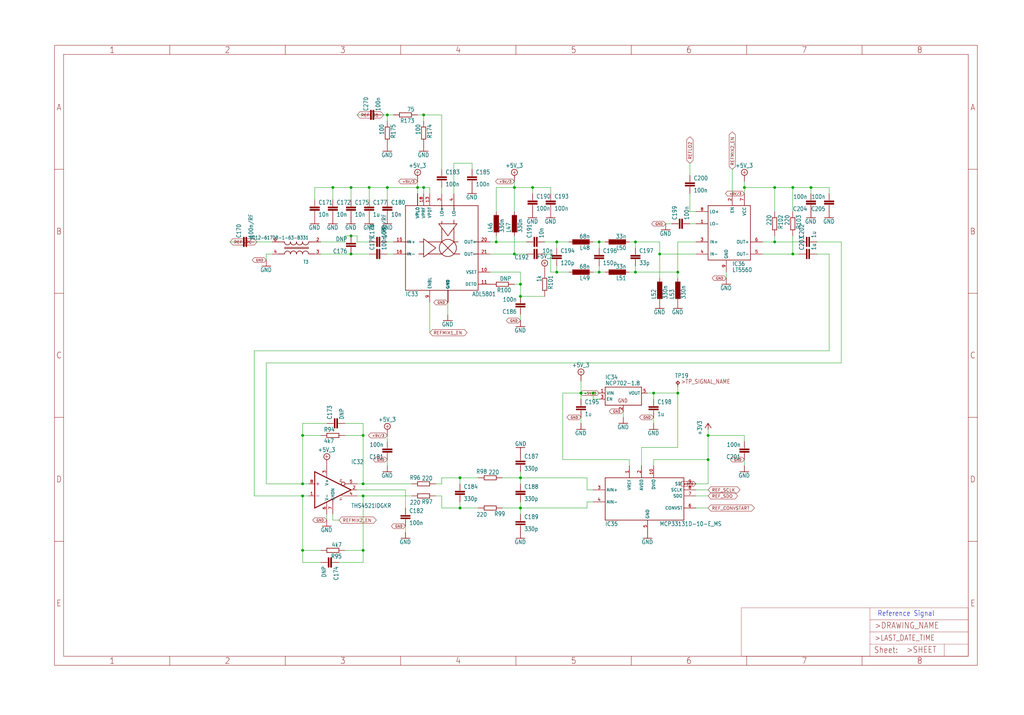
<source format=kicad_sch>
(kicad_sch (version 20210615) (generator eeschema)
  (paper "User" 429.793 300.279)
  (junction (at 127 182.88) (diameter 1.016))
  (junction (at 127 203.2) (diameter 1.016))
  (junction (at 127 208.28) (diameter 1.016))
  (junction (at 127 231.14) (diameter 1.016))
  (junction (at 139.7 78.74) (diameter 1.016))
  (junction (at 147.32 78.74) (diameter 1.016))
  (junction (at 147.32 99.06) (diameter 1.016))
  (junction (at 147.32 106.68) (diameter 1.016))
  (junction (at 152.4 182.88) (diameter 1.016))
  (junction (at 152.4 203.2) (diameter 1.016))
  (junction (at 152.4 208.28) (diameter 1.016))
  (junction (at 152.4 231.14) (diameter 1.016))
  (junction (at 154.94 78.74) (diameter 1.016))
  (junction (at 162.56 48.26) (diameter 1.016))
  (junction (at 162.56 78.74) (diameter 1.016))
  (junction (at 175.26 78.74) (diameter 1.016))
  (junction (at 177.8 48.26) (diameter 1.016))
  (junction (at 177.8 78.74) (diameter 1.016))
  (junction (at 193.04 200.66) (diameter 1.016))
  (junction (at 193.04 213.36) (diameter 1.016))
  (junction (at 208.28 101.6) (diameter 1.016))
  (junction (at 215.9 78.74) (diameter 1.016))
  (junction (at 215.9 106.68) (diameter 1.016))
  (junction (at 218.44 119.38) (diameter 1.016))
  (junction (at 218.44 124.46) (diameter 1.016))
  (junction (at 218.44 200.66) (diameter 1.016))
  (junction (at 218.44 213.36) (diameter 1.016))
  (junction (at 223.52 78.74) (diameter 1.016))
  (junction (at 233.68 101.6) (diameter 1.016))
  (junction (at 233.68 114.3) (diameter 1.016))
  (junction (at 243.84 165.1) (diameter 1.016))
  (junction (at 248.92 165.1) (diameter 1.016))
  (junction (at 251.46 101.6) (diameter 1.016))
  (junction (at 251.46 114.3) (diameter 1.016))
  (junction (at 266.7 101.6) (diameter 1.016))
  (junction (at 266.7 114.3) (diameter 1.016))
  (junction (at 274.32 165.1) (diameter 1.016))
  (junction (at 276.86 106.68) (diameter 1.016))
  (junction (at 284.48 114.3) (diameter 1.016))
  (junction (at 284.48 165.1) (diameter 1.016))
  (junction (at 297.18 182.88) (diameter 1.016))
  (junction (at 297.18 193.04) (diameter 1.016))
  (junction (at 312.42 78.74) (diameter 1.016))
  (junction (at 325.12 78.74) (diameter 1.016))
  (junction (at 325.12 101.6) (diameter 1.016))
  (junction (at 332.74 78.74) (diameter 1.016))
  (junction (at 332.74 106.68) (diameter 1.016))
  (junction (at 340.36 78.74) (diameter 1.016))
  (wire (pts (xy 96.52 101.6) (xy 99.06 101.6)))
  (wire (pts (xy 106.68 101.6) (xy 114.3 101.6)))
  (wire (pts (xy 106.68 147.32) (xy 106.68 157.48)))
  (wire (pts (xy 106.68 157.48) (xy 106.68 208.28)))
  (wire (pts (xy 106.68 208.28) (xy 127 208.28)))
  (wire (pts (xy 111.76 106.68) (xy 114.3 106.68)))
  (wire (pts (xy 111.76 109.22) (xy 111.76 106.68)))
  (wire (pts (xy 111.76 152.4) (xy 353.06 152.4)))
  (wire (pts (xy 111.76 203.2) (xy 111.76 152.4)))
  (wire (pts (xy 127 177.8) (xy 127 182.88)))
  (wire (pts (xy 127 182.88) (xy 127 203.2)))
  (wire (pts (xy 127 203.2) (xy 111.76 203.2)))
  (wire (pts (xy 127 203.2) (xy 129.54 203.2)))
  (wire (pts (xy 127 208.28) (xy 129.54 208.28)))
  (wire (pts (xy 127 231.14) (xy 127 208.28)))
  (wire (pts (xy 127 236.22) (xy 127 231.14)))
  (wire (pts (xy 132.08 83.82) (xy 132.08 78.74)))
  (wire (pts (xy 134.62 101.6) (xy 137.16 101.6)))
  (wire (pts (xy 134.62 106.68) (xy 137.16 106.68)))
  (wire (pts (xy 134.62 182.88) (xy 127 182.88)))
  (wire (pts (xy 134.62 231.14) (xy 127 231.14)))
  (wire (pts (xy 134.62 236.22) (xy 127 236.22)))
  (wire (pts (xy 137.16 101.6) (xy 139.7 101.6)))
  (wire (pts (xy 137.16 177.8) (xy 127 177.8)))
  (wire (pts (xy 137.16 218.44) (xy 137.16 215.9)))
  (wire (pts (xy 139.7 78.74) (xy 132.08 78.74)))
  (wire (pts (xy 139.7 83.82) (xy 139.7 78.74)))
  (wire (pts (xy 139.7 101.6) (xy 144.78 101.6)))
  (wire (pts (xy 139.7 215.9) (xy 139.7 218.44)))
  (wire (pts (xy 139.7 218.44) (xy 142.24 218.44)))
  (wire (pts (xy 142.24 236.22) (xy 152.4 236.22)))
  (wire (pts (xy 144.78 99.06) (xy 147.32 99.06)))
  (wire (pts (xy 144.78 101.6) (xy 144.78 99.06)))
  (wire (pts (xy 144.78 177.8) (xy 152.4 177.8)))
  (wire (pts (xy 144.78 182.88) (xy 152.4 182.88)))
  (wire (pts (xy 144.78 231.14) (xy 152.4 231.14)))
  (wire (pts (xy 147.32 78.74) (xy 139.7 78.74)))
  (wire (pts (xy 147.32 83.82) (xy 147.32 78.74)))
  (wire (pts (xy 147.32 99.06) (xy 149.86 99.06)))
  (wire (pts (xy 147.32 106.68) (xy 137.16 106.68)))
  (wire (pts (xy 149.86 99.06) (xy 149.86 101.6)))
  (wire (pts (xy 149.86 101.6) (xy 154.94 101.6)))
  (wire (pts (xy 149.86 205.74) (xy 170.18 205.74)))
  (wire (pts (xy 152.4 48.26) (xy 149.86 48.26)))
  (wire (pts (xy 152.4 177.8) (xy 152.4 182.88)))
  (wire (pts (xy 152.4 182.88) (xy 152.4 203.2)))
  (wire (pts (xy 152.4 203.2) (xy 149.86 203.2)))
  (wire (pts (xy 152.4 208.28) (xy 149.86 208.28)))
  (wire (pts (xy 152.4 208.28) (xy 172.72 208.28)))
  (wire (pts (xy 152.4 231.14) (xy 152.4 208.28)))
  (wire (pts (xy 152.4 236.22) (xy 152.4 231.14)))
  (wire (pts (xy 154.94 78.74) (xy 147.32 78.74)))
  (wire (pts (xy 154.94 78.74) (xy 154.94 83.82)))
  (wire (pts (xy 154.94 106.68) (xy 147.32 106.68)))
  (wire (pts (xy 160.02 48.26) (xy 162.56 48.26)))
  (wire (pts (xy 162.56 48.26) (xy 165.1 48.26)))
  (wire (pts (xy 162.56 50.8) (xy 162.56 48.26)))
  (wire (pts (xy 162.56 78.74) (xy 154.94 78.74)))
  (wire (pts (xy 162.56 83.82) (xy 162.56 78.74)))
  (wire (pts (xy 162.56 182.88) (xy 162.56 185.42)))
  (wire (pts (xy 162.56 193.04) (xy 162.56 195.58)))
  (wire (pts (xy 165.1 101.6) (xy 162.56 101.6)))
  (wire (pts (xy 165.1 106.68) (xy 162.56 106.68)))
  (wire (pts (xy 170.18 205.74) (xy 170.18 213.36)))
  (wire (pts (xy 170.18 220.98) (xy 170.18 223.52)))
  (wire (pts (xy 172.72 203.2) (xy 152.4 203.2)))
  (wire (pts (xy 175.26 76.2) (xy 175.26 78.74)))
  (wire (pts (xy 175.26 78.74) (xy 162.56 78.74)))
  (wire (pts (xy 175.26 78.74) (xy 175.26 81.28)))
  (wire (pts (xy 175.26 78.74) (xy 177.8 78.74)))
  (wire (pts (xy 177.8 48.26) (xy 175.26 48.26)))
  (wire (pts (xy 177.8 50.8) (xy 177.8 48.26)))
  (wire (pts (xy 177.8 78.74) (xy 177.8 81.28)))
  (wire (pts (xy 177.8 78.74) (xy 180.34 78.74)))
  (wire (pts (xy 180.34 78.74) (xy 180.34 81.28)))
  (wire (pts (xy 180.34 127) (xy 180.34 139.7)))
  (wire (pts (xy 182.88 203.2) (xy 185.42 203.2)))
  (wire (pts (xy 182.88 208.28) (xy 185.42 208.28)))
  (wire (pts (xy 185.42 48.26) (xy 177.8 48.26)))
  (wire (pts (xy 185.42 71.12) (xy 185.42 48.26)))
  (wire (pts (xy 185.42 78.74) (xy 185.42 81.28)))
  (wire (pts (xy 185.42 200.66) (xy 193.04 200.66)))
  (wire (pts (xy 185.42 203.2) (xy 185.42 200.66)))
  (wire (pts (xy 185.42 208.28) (xy 185.42 213.36)))
  (wire (pts (xy 185.42 213.36) (xy 193.04 213.36)))
  (wire (pts (xy 187.96 127) (xy 187.96 129.54)))
  (wire (pts (xy 187.96 129.54) (xy 187.96 132.08)))
  (wire (pts (xy 190.5 68.58) (xy 198.12 68.58)))
  (wire (pts (xy 190.5 81.28) (xy 190.5 68.58)))
  (wire (pts (xy 193.04 200.66) (xy 200.66 200.66)))
  (wire (pts (xy 193.04 203.2) (xy 193.04 200.66)))
  (wire (pts (xy 193.04 210.82) (xy 193.04 213.36)))
  (wire (pts (xy 193.04 213.36) (xy 200.66 213.36)))
  (wire (pts (xy 198.12 68.58) (xy 198.12 71.12)))
  (wire (pts (xy 205.74 101.6) (xy 208.28 101.6)))
  (wire (pts (xy 205.74 106.68) (xy 215.9 106.68)))
  (wire (pts (xy 205.74 114.3) (xy 218.44 114.3)))
  (wire (pts (xy 208.28 78.74) (xy 208.28 88.9)))
  (wire (pts (xy 208.28 101.6) (xy 208.28 99.06)))
  (wire (pts (xy 208.28 101.6) (xy 220.98 101.6)))
  (wire (pts (xy 210.82 200.66) (xy 218.44 200.66)))
  (wire (pts (xy 210.82 213.36) (xy 218.44 213.36)))
  (wire (pts (xy 215.9 76.2) (xy 215.9 78.74)))
  (wire (pts (xy 215.9 78.74) (xy 208.28 78.74)))
  (wire (pts (xy 215.9 88.9) (xy 215.9 78.74)))
  (wire (pts (xy 215.9 99.06) (xy 215.9 106.68)))
  (wire (pts (xy 215.9 119.38) (xy 218.44 119.38)))
  (wire (pts (xy 218.44 119.38) (xy 218.44 114.3)))
  (wire (pts (xy 218.44 124.46) (xy 218.44 119.38)))
  (wire (pts (xy 218.44 124.46) (xy 228.6 124.46)))
  (wire (pts (xy 218.44 134.62) (xy 218.44 132.08)))
  (wire (pts (xy 218.44 200.66) (xy 218.44 198.12)))
  (wire (pts (xy 218.44 200.66) (xy 218.44 203.2)))
  (wire (pts (xy 218.44 200.66) (xy 246.38 200.66)))
  (wire (pts (xy 218.44 213.36) (xy 218.44 210.82)))
  (wire (pts (xy 218.44 213.36) (xy 218.44 215.9)))
  (wire (pts (xy 218.44 213.36) (xy 246.38 213.36)))
  (wire (pts (xy 220.98 106.68) (xy 215.9 106.68)))
  (wire (pts (xy 223.52 78.74) (xy 215.9 78.74)))
  (wire (pts (xy 223.52 81.28) (xy 223.52 78.74)))
  (wire (pts (xy 228.6 101.6) (xy 233.68 101.6)))
  (wire (pts (xy 228.6 106.68) (xy 231.14 106.68)))
  (wire (pts (xy 231.14 78.74) (xy 223.52 78.74)))
  (wire (pts (xy 231.14 81.28) (xy 231.14 78.74)))
  (wire (pts (xy 231.14 106.68) (xy 231.14 114.3)))
  (wire (pts (xy 231.14 114.3) (xy 233.68 114.3)))
  (wire (pts (xy 233.68 101.6) (xy 238.76 101.6)))
  (wire (pts (xy 233.68 104.14) (xy 233.68 101.6)))
  (wire (pts (xy 233.68 111.76) (xy 233.68 114.3)))
  (wire (pts (xy 233.68 114.3) (xy 238.76 114.3)))
  (wire (pts (xy 236.22 165.1) (xy 243.84 165.1)))
  (wire (pts (xy 236.22 193.04) (xy 236.22 165.1)))
  (wire (pts (xy 243.84 160.02) (xy 243.84 165.1)))
  (wire (pts (xy 243.84 165.1) (xy 243.84 167.64)))
  (wire (pts (xy 243.84 175.26) (xy 243.84 177.8)))
  (wire (pts (xy 246.38 200.66) (xy 246.38 205.74)))
  (wire (pts (xy 246.38 210.82) (xy 248.92 210.82)))
  (wire (pts (xy 246.38 213.36) (xy 246.38 210.82)))
  (wire (pts (xy 248.92 101.6) (xy 251.46 101.6)))
  (wire (pts (xy 248.92 114.3) (xy 251.46 114.3)))
  (wire (pts (xy 248.92 165.1) (xy 243.84 165.1)))
  (wire (pts (xy 248.92 167.64) (xy 248.92 165.1)))
  (wire (pts (xy 248.92 205.74) (xy 246.38 205.74)))
  (wire (pts (xy 251.46 101.6) (xy 251.46 104.14)))
  (wire (pts (xy 251.46 101.6) (xy 254 101.6)))
  (wire (pts (xy 251.46 111.76) (xy 251.46 114.3)))
  (wire (pts (xy 251.46 114.3) (xy 254 114.3)))
  (wire (pts (xy 251.46 165.1) (xy 248.92 165.1)))
  (wire (pts (xy 251.46 167.64) (xy 248.92 167.64)))
  (wire (pts (xy 261.62 172.72) (xy 261.62 175.26)))
  (wire (pts (xy 264.16 101.6) (xy 266.7 101.6)))
  (wire (pts (xy 264.16 114.3) (xy 266.7 114.3)))
  (wire (pts (xy 264.16 193.04) (xy 236.22 193.04)))
  (wire (pts (xy 264.16 195.58) (xy 264.16 193.04)))
  (wire (pts (xy 266.7 101.6) (xy 266.7 104.14)))
  (wire (pts (xy 266.7 101.6) (xy 276.86 101.6)))
  (wire (pts (xy 266.7 114.3) (xy 266.7 111.76)))
  (wire (pts (xy 266.7 114.3) (xy 284.48 114.3)))
  (wire (pts (xy 269.24 187.96) (xy 284.48 187.96)))
  (wire (pts (xy 269.24 193.04) (xy 269.24 187.96)))
  (wire (pts (xy 269.24 195.58) (xy 269.24 193.04)))
  (wire (pts (xy 271.78 165.1) (xy 274.32 165.1)))
  (wire (pts (xy 274.32 165.1) (xy 274.32 167.64)))
  (wire (pts (xy 274.32 175.26) (xy 274.32 177.8)))
  (wire (pts (xy 274.32 193.04) (xy 297.18 193.04)))
  (wire (pts (xy 274.32 195.58) (xy 274.32 193.04)))
  (wire (pts (xy 276.86 106.68) (xy 276.86 101.6)))
  (wire (pts (xy 276.86 116.84) (xy 276.86 106.68)))
  (wire (pts (xy 279.4 93.98) (xy 281.94 93.98)))
  (wire (pts (xy 284.48 101.6) (xy 292.1 101.6)))
  (wire (pts (xy 284.48 106.68) (xy 284.48 101.6)))
  (wire (pts (xy 284.48 114.3) (xy 284.48 106.68)))
  (wire (pts (xy 284.48 116.84) (xy 284.48 114.3)))
  (wire (pts (xy 284.48 162.56) (xy 284.48 165.1)))
  (wire (pts (xy 284.48 165.1) (xy 274.32 165.1)))
  (wire (pts (xy 284.48 187.96) (xy 284.48 165.1)))
  (wire (pts (xy 289.56 73.66) (xy 289.56 68.58)))
  (wire (pts (xy 289.56 88.9) (xy 289.56 81.28)))
  (wire (pts (xy 289.56 93.98) (xy 292.1 93.98)))
  (wire (pts (xy 292.1 88.9) (xy 289.56 88.9)))
  (wire (pts (xy 292.1 106.68) (xy 276.86 106.68)))
  (wire (pts (xy 292.1 203.2) (xy 297.18 203.2)))
  (wire (pts (xy 292.1 205.74) (xy 297.18 205.74)))
  (wire (pts (xy 292.1 208.28) (xy 297.18 208.28)))
  (wire (pts (xy 292.1 213.36) (xy 297.18 213.36)))
  (wire (pts (xy 297.18 180.34) (xy 297.18 182.88)))
  (wire (pts (xy 297.18 182.88) (xy 312.42 182.88)))
  (wire (pts (xy 297.18 193.04) (xy 297.18 182.88)))
  (wire (pts (xy 297.18 203.2) (xy 297.18 193.04)))
  (wire (pts (xy 304.8 116.84) (xy 304.8 114.3)))
  (wire (pts (xy 307.34 76.2) (xy 307.34 71.12)))
  (wire (pts (xy 307.34 81.28) (xy 307.34 76.2)))
  (wire (pts (xy 312.42 78.74) (xy 312.42 76.2)))
  (wire (pts (xy 312.42 78.74) (xy 325.12 78.74)))
  (wire (pts (xy 312.42 81.28) (xy 312.42 78.74)))
  (wire (pts (xy 312.42 182.88) (xy 312.42 185.42)))
  (wire (pts (xy 312.42 193.04) (xy 312.42 195.58)))
  (wire (pts (xy 320.04 101.6) (xy 325.12 101.6)))
  (wire (pts (xy 320.04 106.68) (xy 332.74 106.68)))
  (wire (pts (xy 325.12 78.74) (xy 332.74 78.74)))
  (wire (pts (xy 325.12 88.9) (xy 325.12 78.74)))
  (wire (pts (xy 325.12 101.6) (xy 325.12 99.06)))
  (wire (pts (xy 332.74 78.74) (xy 340.36 78.74)))
  (wire (pts (xy 332.74 88.9) (xy 332.74 78.74)))
  (wire (pts (xy 332.74 106.68) (xy 332.74 99.06)))
  (wire (pts (xy 332.74 106.68) (xy 335.28 106.68)))
  (wire (pts (xy 335.28 101.6) (xy 325.12 101.6)))
  (wire (pts (xy 340.36 78.74) (xy 347.98 78.74)))
  (wire (pts (xy 340.36 81.28) (xy 340.36 78.74)))
  (wire (pts (xy 342.9 106.68) (xy 347.98 106.68)))
  (wire (pts (xy 347.98 78.74) (xy 347.98 81.28)))
  (wire (pts (xy 347.98 106.68) (xy 347.98 142.24)))
  (wire (pts (xy 347.98 142.24) (xy 347.98 147.32)))
  (wire (pts (xy 347.98 147.32) (xy 106.68 147.32)))
  (wire (pts (xy 353.06 101.6) (xy 342.9 101.6)))
  (wire (pts (xy 353.06 149.86) (xy 353.06 101.6)))
  (wire (pts (xy 353.06 152.4) (xy 353.06 149.86)))
  (text "Reference Signal" (at 368.3 259.08 180) (effects (font (size 2.1844 1.8567)) (justify left bottom)))
  (global_label "REFSRC" (shape bidirectional) (at 96.52 101.6 0) (effects (font (size 1.3335 1.3335))) (property "Intersheet References" "${INTERSHEET_REFS}" (effects hide)))
  (global_label "GND" (shape bidirectional) (at 111.76 109.22 180) (effects (font (size 1.016 1.016))) (property "Intersheet References" "${INTERSHEET_REFS}" (effects hide)))
  (global_label "GND" (shape bidirectional) (at 137.16 218.44 180) (effects (font (size 1.016 1.016))) (property "Intersheet References" "${INTERSHEET_REFS}" (effects hide)))
  (global_label "REFMIX2_EN" (shape bidirectional) (at 142.24 218.44 0) (effects (font (size 1.3335 1.3335))) (property "Intersheet References" "${INTERSHEET_REFS}" (effects hide)))
  (global_label "REFLO1" (shape bidirectional) (at 149.86 48.26 0) (effects (font (size 1.3335 1.3335))) (property "Intersheet References" "${INTERSHEET_REFS}" (effects hide)))
  (global_label "+5V/3" (shape bidirectional) (at 162.56 182.88 180) (effects (font (size 1.016 1.016))) (property "Intersheet References" "${INTERSHEET_REFS}" (effects hide)))
  (global_label "GND" (shape bidirectional) (at 162.56 193.04 180) (effects (font (size 1.016 1.016))) (property "Intersheet References" "${INTERSHEET_REFS}" (effects hide)))
  (global_label "GND" (shape bidirectional) (at 170.18 220.98 180) (effects (font (size 1.016 1.016))) (property "Intersheet References" "${INTERSHEET_REFS}" (effects hide)))
  (global_label "+5V/3" (shape bidirectional) (at 175.26 76.2 180) (effects (font (size 1.016 1.016))) (property "Intersheet References" "${INTERSHEET_REFS}" (effects hide)))
  (global_label "REFMIX1_EN" (shape bidirectional) (at 180.34 139.7 0) (effects (font (size 1.3335 1.3335))) (property "Intersheet References" "${INTERSHEET_REFS}" (effects hide)))
  (global_label "GND" (shape bidirectional) (at 187.96 127 180) (effects (font (size 1.016 1.016))) (property "Intersheet References" "${INTERSHEET_REFS}" (effects hide)))
  (global_label "+5V/3" (shape bidirectional) (at 215.9 76.2 180) (effects (font (size 1.016 1.016))) (property "Intersheet References" "${INTERSHEET_REFS}" (effects hide)))
  (global_label "GND" (shape bidirectional) (at 218.44 134.62 180) (effects (font (size 1.016 1.016))) (property "Intersheet References" "${INTERSHEET_REFS}" (effects hide)))
  (global_label "GND" (shape bidirectional) (at 243.84 175.26 180) (effects (font (size 1.016 1.016))) (property "Intersheet References" "${INTERSHEET_REFS}" (effects hide)))
  (global_label "+5V/3" (shape bidirectional) (at 251.46 165.1 180) (effects (font (size 1.016 1.016))) (property "Intersheet References" "${INTERSHEET_REFS}" (effects hide)))
  (global_label "GND" (shape bidirectional) (at 261.62 172.72 180) (effects (font (size 1.016 1.016))) (property "Intersheet References" "${INTERSHEET_REFS}" (effects hide)))
  (global_label "GND" (shape bidirectional) (at 274.32 175.26 180) (effects (font (size 1.016 1.016))) (property "Intersheet References" "${INTERSHEET_REFS}" (effects hide)))
  (global_label "GND" (shape bidirectional) (at 279.4 93.98 180) (effects (font (size 1.016 1.016))) (property "Intersheet References" "${INTERSHEET_REFS}" (effects hide)))
  (global_label "REFLO2" (shape bidirectional) (at 289.56 68.58 90) (effects (font (size 1.3335 1.3335))) (property "Intersheet References" "${INTERSHEET_REFS}" (effects hide)))
  (global_label "+3V3" (shape bidirectional) (at 292.1 203.2 180) (effects (font (size 1.016 1.016))) (property "Intersheet References" "${INTERSHEET_REFS}" (effects hide)))
  (global_label "REF_SCLK" (shape bidirectional) (at 297.18 205.74 0) (effects (font (size 1.3335 1.3335))) (property "Intersheet References" "${INTERSHEET_REFS}" (effects hide)))
  (global_label "REF_SDO" (shape bidirectional) (at 297.18 208.28 0) (effects (font (size 1.3335 1.3335))) (property "Intersheet References" "${INTERSHEET_REFS}" (effects hide)))
  (global_label "REF_CONVSTART" (shape bidirectional) (at 297.18 213.36 0) (effects (font (size 1.3335 1.3335))) (property "Intersheet References" "${INTERSHEET_REFS}" (effects hide)))
  (global_label "GND" (shape bidirectional) (at 304.8 116.84 180) (effects (font (size 1.016 1.016))) (property "Intersheet References" "${INTERSHEET_REFS}" (effects hide)))
  (global_label "REFMIX2_EN" (shape bidirectional) (at 307.34 71.12 90) (effects (font (size 1.3335 1.3335))) (property "Intersheet References" "${INTERSHEET_REFS}" (effects hide)))
  (global_label "+5V/3" (shape bidirectional) (at 312.42 81.28 180) (effects (font (size 1.016 1.016))) (property "Intersheet References" "${INTERSHEET_REFS}" (effects hide)))
  (global_label "GND" (shape bidirectional) (at 312.42 193.04 180) (effects (font (size 1.016 1.016))) (property "Intersheet References" "${INTERSHEET_REFS}" (effects hide)))
  (symbol (lib_id "VNA-eagle-import:+3V3") (at 297.18 177.8 0)
    (property "Reference" "#+3V314" (effects hide))
    (property "Value" "+3V3" (at 294.64 182.88 90) (effects (font (size 1.778 1.5113)) (justify left bottom)))
  )
  (symbol (lib_id "VNA-eagle-import:GND") (at 111.76 111.76 0)
    (property "Reference" "#GND206" (effects hide))
    (property "Value" "GND" (at 109.22 114.3 0) (effects (font (size 1.778 1.5113)) (justify left bottom)))
  )
  (symbol (lib_id "VNA-eagle-import:GND") (at 132.08 93.98 0)
    (property "Reference" "#GND207" (effects hide))
    (property "Value" "GND" (at 129.54 96.52 0) (effects (font (size 1.778 1.5113)) (justify left bottom)))
  )
  (symbol (lib_id "VNA-eagle-import:GND") (at 137.16 220.98 0)
    (property "Reference" "#GND208" (effects hide))
    (property "Value" "GND" (at 134.62 223.52 0) (effects (font (size 1.778 1.5113)) (justify left bottom)))
  )
  (symbol (lib_id "VNA-eagle-import:GND") (at 139.7 93.98 0)
    (property "Reference" "#GND209" (effects hide))
    (property "Value" "GND" (at 137.16 96.52 0) (effects (font (size 1.778 1.5113)) (justify left bottom)))
  )
  (symbol (lib_id "VNA-eagle-import:GND") (at 147.32 93.98 0)
    (property "Reference" "#GND210" (effects hide))
    (property "Value" "GND" (at 144.78 96.52 0) (effects (font (size 1.778 1.5113)) (justify left bottom)))
  )
  (symbol (lib_id "VNA-eagle-import:GND") (at 154.94 93.98 0)
    (property "Reference" "#GND211" (effects hide))
    (property "Value" "GND" (at 152.4 96.52 0) (effects (font (size 1.778 1.5113)) (justify left bottom)))
  )
  (symbol (lib_id "VNA-eagle-import:GND") (at 162.56 63.5 0)
    (property "Reference" "#GND314" (effects hide))
    (property "Value" "GND" (at 160.02 66.04 0) (effects (font (size 1.778 1.5113)) (justify left bottom)))
  )
  (symbol (lib_id "VNA-eagle-import:GND") (at 162.56 93.98 0)
    (property "Reference" "#GND212" (effects hide))
    (property "Value" "GND" (at 160.02 96.52 0) (effects (font (size 1.778 1.5113)) (justify left bottom)))
  )
  (symbol (lib_id "VNA-eagle-import:GND") (at 162.56 198.12 0)
    (property "Reference" "#GND213" (effects hide))
    (property "Value" "GND" (at 160.02 200.66 0) (effects (font (size 1.778 1.5113)) (justify left bottom)))
  )
  (symbol (lib_id "VNA-eagle-import:GND") (at 170.18 226.06 0)
    (property "Reference" "#GND214" (effects hide))
    (property "Value" "GND" (at 167.64 228.6 0) (effects (font (size 1.778 1.5113)) (justify left bottom)))
  )
  (symbol (lib_id "VNA-eagle-import:GND") (at 177.8 63.5 0)
    (property "Reference" "#GND315" (effects hide))
    (property "Value" "GND" (at 175.26 66.04 0) (effects (font (size 1.778 1.5113)) (justify left bottom)))
  )
  (symbol (lib_id "VNA-eagle-import:GND") (at 187.96 134.62 0)
    (property "Reference" "#GND215" (effects hide))
    (property "Value" "GND" (at 185.42 137.16 0) (effects (font (size 1.778 1.5113)) (justify left bottom)))
  )
  (symbol (lib_id "VNA-eagle-import:GND") (at 198.12 81.28 0)
    (property "Reference" "#GND216" (effects hide))
    (property "Value" "GND" (at 195.58 83.82 0) (effects (font (size 1.778 1.5113)) (justify left bottom)))
  )
  (symbol (lib_id "VNA-eagle-import:GND") (at 218.44 137.16 0)
    (property "Reference" "#GND217" (effects hide))
    (property "Value" "GND" (at 215.9 139.7 0) (effects (font (size 1.778 1.5113)) (justify left bottom)))
  )
  (symbol (lib_id "VNA-eagle-import:GND") (at 218.44 187.96 180)
    (property "Reference" "#GND218" (effects hide))
    (property "Value" "GND" (at 220.98 185.42 0) (effects (font (size 1.778 1.5113)) (justify left bottom)))
  )
  (symbol (lib_id "VNA-eagle-import:GND") (at 218.44 226.06 0)
    (property "Reference" "#GND219" (effects hide))
    (property "Value" "GND" (at 215.9 228.6 0) (effects (font (size 1.778 1.5113)) (justify left bottom)))
  )
  (symbol (lib_id "VNA-eagle-import:GND") (at 223.52 91.44 0)
    (property "Reference" "#GND220" (effects hide))
    (property "Value" "GND" (at 220.98 93.98 0) (effects (font (size 1.778 1.5113)) (justify left bottom)))
  )
  (symbol (lib_id "VNA-eagle-import:GND") (at 231.14 91.44 0)
    (property "Reference" "#GND221" (effects hide))
    (property "Value" "GND" (at 228.6 93.98 0) (effects (font (size 1.778 1.5113)) (justify left bottom)))
  )
  (symbol (lib_id "VNA-eagle-import:GND") (at 243.84 180.34 0)
    (property "Reference" "#GND222" (effects hide))
    (property "Value" "GND" (at 241.3 182.88 0) (effects (font (size 1.778 1.5113)) (justify left bottom)))
  )
  (symbol (lib_id "VNA-eagle-import:GND") (at 261.62 177.8 0)
    (property "Reference" "#GND223" (effects hide))
    (property "Value" "GND" (at 259.08 180.34 0) (effects (font (size 1.778 1.5113)) (justify left bottom)))
  )
  (symbol (lib_id "VNA-eagle-import:GND") (at 271.78 226.06 0)
    (property "Reference" "#GND224" (effects hide))
    (property "Value" "GND" (at 269.24 228.6 0) (effects (font (size 1.778 1.5113)) (justify left bottom)))
  )
  (symbol (lib_id "VNA-eagle-import:GND") (at 274.32 180.34 0)
    (property "Reference" "#GND225" (effects hide))
    (property "Value" "GND" (at 271.78 182.88 0) (effects (font (size 1.778 1.5113)) (justify left bottom)))
  )
  (symbol (lib_id "VNA-eagle-import:GND") (at 276.86 129.54 0)
    (property "Reference" "#GND226" (effects hide))
    (property "Value" "GND" (at 274.32 132.08 0) (effects (font (size 1.778 1.5113)) (justify left bottom)))
  )
  (symbol (lib_id "VNA-eagle-import:GND") (at 279.4 96.52 0)
    (property "Reference" "#GND227" (effects hide))
    (property "Value" "GND" (at 276.86 99.06 0) (effects (font (size 1.778 1.5113)) (justify left bottom)))
  )
  (symbol (lib_id "VNA-eagle-import:GND") (at 284.48 129.54 0)
    (property "Reference" "#GND228" (effects hide))
    (property "Value" "GND" (at 281.94 132.08 0) (effects (font (size 1.778 1.5113)) (justify left bottom)))
  )
  (symbol (lib_id "VNA-eagle-import:GND") (at 304.8 119.38 0)
    (property "Reference" "#GND229" (effects hide))
    (property "Value" "GND" (at 302.26 121.92 0) (effects (font (size 1.778 1.5113)) (justify left bottom)))
  )
  (symbol (lib_id "VNA-eagle-import:GND") (at 312.42 198.12 0)
    (property "Reference" "#GND230" (effects hide))
    (property "Value" "GND" (at 309.88 200.66 0) (effects (font (size 1.778 1.5113)) (justify left bottom)))
  )
  (symbol (lib_id "VNA-eagle-import:GND") (at 340.36 91.44 0)
    (property "Reference" "#GND231" (effects hide))
    (property "Value" "GND" (at 337.82 93.98 0) (effects (font (size 1.778 1.5113)) (justify left bottom)))
  )
  (symbol (lib_id "VNA-eagle-import:GND") (at 347.98 91.44 0)
    (property "Reference" "#GND232" (effects hide))
    (property "Value" "GND" (at 345.44 93.98 0) (effects (font (size 1.778 1.5113)) (justify left bottom)))
  )
  (symbol (lib_id "VNA-eagle-import:+5V_3") (at 137.16 193.04 0)
    (property "Reference" "#SUPPLY21" (effects hide))
    (property "Value" "+5V_3" (at 133.35 189.865 0) (effects (font (size 1.778 1.5113)) (justify left bottom)))
  )
  (symbol (lib_id "VNA-eagle-import:+5V_3") (at 162.56 180.34 0)
    (property "Reference" "#SUPPLY22" (effects hide))
    (property "Value" "+5V_3" (at 158.75 177.165 0) (effects (font (size 1.778 1.5113)) (justify left bottom)))
  )
  (symbol (lib_id "VNA-eagle-import:+5V_3") (at 175.26 73.66 0)
    (property "Reference" "#SUPPLY23" (effects hide))
    (property "Value" "+5V_3" (at 171.45 70.485 0) (effects (font (size 1.778 1.5113)) (justify left bottom)))
  )
  (symbol (lib_id "VNA-eagle-import:+5V_3") (at 215.9 73.66 0)
    (property "Reference" "#SUPPLY24" (effects hide))
    (property "Value" "+5V_3" (at 212.09 70.485 0) (effects (font (size 1.778 1.5113)) (justify left bottom)))
  )
  (symbol (lib_id "VNA-eagle-import:+5V_3") (at 228.6 111.76 0)
    (property "Reference" "#SUPPLY25" (effects hide))
    (property "Value" "+5V_3" (at 224.79 108.585 0) (effects (font (size 1.778 1.5113)) (justify left bottom)))
  )
  (symbol (lib_id "VNA-eagle-import:+5V_3") (at 243.84 157.48 0)
    (property "Reference" "#SUPPLY26" (effects hide))
    (property "Value" "+5V_3" (at 240.03 154.305 0) (effects (font (size 1.778 1.5113)) (justify left bottom)))
  )
  (symbol (lib_id "VNA-eagle-import:+5V_3") (at 312.42 73.66 0)
    (property "Reference" "#SUPPLY27" (effects hide))
    (property "Value" "+5V_3" (at 308.61 70.485 0) (effects (font (size 1.778 1.5113)) (justify left bottom)))
  )
  (symbol (lib_id "VNA-eagle-import:R-EU_R0402") (at 139.7 182.88 0)
    (property "Reference" "R94" (at 135.89 181.3814 0) (effects (font (size 1.778 1.5113)) (justify left bottom)))
    (property "Value" "4k7" (at 135.89 186.182 0) (effects (font (size 1.778 1.5113)) (justify left bottom)))
    (property "Footprint" "R0402" (effects hide))
  )
  (symbol (lib_id "VNA-eagle-import:R-EU_R0402") (at 139.7 231.14 180)
    (property "Reference" "R95" (at 143.51 232.6386 0) (effects (font (size 1.778 1.5113)) (justify left bottom)))
    (property "Value" "4k7" (at 143.51 227.838 0) (effects (font (size 1.778 1.5113)) (justify left bottom)))
    (property "Footprint" "R0402" (effects hide))
  )
  (symbol (lib_id "VNA-eagle-import:R-EU_R0402") (at 162.56 55.88 270)
    (property "Reference" "R175" (at 164.0586 52.07 0) (effects (font (size 1.778 1.5113)) (justify left bottom)))
    (property "Value" "100" (at 159.258 52.07 0) (effects (font (size 1.778 1.5113)) (justify left bottom)))
    (property "Footprint" "R0402" (effects hide))
  )
  (symbol (lib_id "VNA-eagle-import:R-EU_R0402") (at 170.18 48.26 180)
    (property "Reference" "R173" (at 173.99 49.7586 0) (effects (font (size 1.778 1.5113)) (justify left bottom)))
    (property "Value" "75" (at 173.99 44.958 0) (effects (font (size 1.778 1.5113)) (justify left bottom)))
    (property "Footprint" "R0402" (effects hide))
  )
  (symbol (lib_id "VNA-eagle-import:R-EU_R0402") (at 177.8 55.88 270)
    (property "Reference" "R174" (at 179.2986 52.07 0) (effects (font (size 1.778 1.5113)) (justify left bottom)))
    (property "Value" "100" (at 174.498 52.07 0) (effects (font (size 1.778 1.5113)) (justify left bottom)))
    (property "Footprint" "R0402" (effects hide))
  )
  (symbol (lib_id "VNA-eagle-import:R-EU_R0402") (at 177.8 203.2 180)
    (property "Reference" "R96" (at 176.53 199.6186 0) (effects (font (size 1.778 1.5113)) (justify left bottom)))
    (property "Value" "220" (at 181.61 199.898 0) (effects (font (size 1.778 1.5113)) (justify left bottom)))
    (property "Footprint" "R0402" (effects hide))
  )
  (symbol (lib_id "VNA-eagle-import:R-EU_R0402") (at 177.8 208.28 180)
    (property "Reference" "R97" (at 181.61 209.7786 0) (effects (font (size 1.778 1.5113)) (justify left bottom)))
    (property "Value" "220" (at 176.53 210.058 0) (effects (font (size 1.778 1.5113)) (justify left bottom)))
    (property "Footprint" "R0402" (effects hide))
  )
  (symbol (lib_id "VNA-eagle-import:R-EU_R0402") (at 205.74 200.66 180)
    (property "Reference" "R98" (at 204.47 197.0786 0) (effects (font (size 1.778 1.5113)) (justify left bottom)))
    (property "Value" "220" (at 209.55 197.358 0) (effects (font (size 1.778 1.5113)) (justify left bottom)))
    (property "Footprint" "R0402" (effects hide))
  )
  (symbol (lib_id "VNA-eagle-import:R-EU_R0402") (at 205.74 213.36 180)
    (property "Reference" "R99" (at 212.09 214.8586 0) (effects (font (size 1.778 1.5113)) (justify left bottom)))
    (property "Value" "220" (at 204.47 215.138 0) (effects (font (size 1.778 1.5113)) (justify left bottom)))
    (property "Footprint" "R0402" (effects hide))
  )
  (symbol (lib_id "VNA-eagle-import:INDUCTOR0402") (at 208.28 93.98 0)
    (property "Reference" "L46" (at 206.7814 97.79 90) (effects (font (size 1.778 1.5113)) (justify left bottom)))
    (property "Value" "330n" (at 211.582 97.79 90) (effects (font (size 1.778 1.5113)) (justify left bottom)))
    (property "Footprint" "L0402" (effects hide))
  )
  (symbol (lib_id "VNA-eagle-import:R-EU_R0402") (at 210.82 119.38 180)
    (property "Reference" "R100" (at 214.63 120.8786 0) (effects (font (size 1.778 1.5113)) (justify left bottom)))
    (property "Value" "DNP" (at 214.63 116.078 0) (effects (font (size 1.778 1.5113)) (justify left bottom)))
    (property "Footprint" "R0402" (effects hide))
  )
  (symbol (lib_id "VNA-eagle-import:INDUCTOR0402") (at 215.9 93.98 0)
    (property "Reference" "L47" (at 214.4014 97.79 90) (effects (font (size 1.778 1.5113)) (justify left bottom)))
    (property "Value" "330n" (at 219.202 97.79 90) (effects (font (size 1.778 1.5113)) (justify left bottom)))
    (property "Footprint" "L0402" (effects hide))
  )
  (symbol (lib_id "VNA-eagle-import:R-EU_R0402") (at 228.6 119.38 270)
    (property "Reference" "R101" (at 230.0986 115.57 0) (effects (font (size 1.778 1.5113)) (justify left bottom)))
    (property "Value" "1k" (at 225.298 115.57 0) (effects (font (size 1.778 1.5113)) (justify left bottom)))
    (property "Footprint" "R0402" (effects hide))
  )
  (symbol (lib_id "VNA-eagle-import:INDUCTOR0402") (at 243.84 101.6 90)
    (property "Reference" "L48" (at 247.65 103.0986 90) (effects (font (size 1.778 1.5113)) (justify left bottom)))
    (property "Value" "68n" (at 247.65 98.298 90) (effects (font (size 1.778 1.5113)) (justify left bottom)))
    (property "Footprint" "L0402" (effects hide))
  )
  (symbol (lib_id "VNA-eagle-import:INDUCTOR0402") (at 243.84 114.3 90)
    (property "Reference" "L49" (at 247.65 115.7986 90) (effects (font (size 1.778 1.5113)) (justify left bottom)))
    (property "Value" "68n" (at 247.65 110.998 90) (effects (font (size 1.778 1.5113)) (justify left bottom)))
    (property "Footprint" "L0402" (effects hide))
  )
  (symbol (lib_id "VNA-eagle-import:INDUCTOR0402") (at 259.08 101.6 90)
    (property "Reference" "L50" (at 262.89 103.0986 90) (effects (font (size 1.778 1.5113)) (justify left bottom)))
    (property "Value" "33n" (at 262.89 98.298 90) (effects (font (size 1.778 1.5113)) (justify left bottom)))
    (property "Footprint" "L0402" (effects hide))
  )
  (symbol (lib_id "VNA-eagle-import:INDUCTOR0402") (at 259.08 114.3 90)
    (property "Reference" "L51" (at 262.89 115.7986 90) (effects (font (size 1.778 1.5113)) (justify left bottom)))
    (property "Value" "33n" (at 262.89 110.998 90) (effects (font (size 1.778 1.5113)) (justify left bottom)))
    (property "Footprint" "L0402" (effects hide))
  )
  (symbol (lib_id "VNA-eagle-import:INDUCTOR0402") (at 276.86 121.92 0)
    (property "Reference" "L52" (at 275.3614 125.73 90) (effects (font (size 1.778 1.5113)) (justify left bottom)))
    (property "Value" "330n" (at 280.162 125.73 90) (effects (font (size 1.778 1.5113)) (justify left bottom)))
    (property "Footprint" "L0402" (effects hide))
  )
  (symbol (lib_id "VNA-eagle-import:INDUCTOR0402") (at 284.48 121.92 0)
    (property "Reference" "L53" (at 282.9814 125.73 90) (effects (font (size 1.778 1.5113)) (justify left bottom)))
    (property "Value" "330n" (at 287.782 125.73 90) (effects (font (size 1.778 1.5113)) (justify left bottom)))
    (property "Footprint" "L0402" (effects hide))
  )
  (symbol (lib_id "VNA-eagle-import:R-EU_R0402") (at 325.12 93.98 270)
    (property "Reference" "R102" (at 326.6186 90.17 0) (effects (font (size 1.778 1.5113)) (justify left bottom)))
    (property "Value" "220" (at 321.818 90.17 0) (effects (font (size 1.778 1.5113)) (justify left bottom)))
    (property "Footprint" "R0402" (effects hide))
  )
  (symbol (lib_id "VNA-eagle-import:R-EU_R0402") (at 332.74 93.98 270)
    (property "Reference" "R103" (at 334.2386 90.17 0) (effects (font (size 1.778 1.5113)) (justify left bottom)))
    (property "Value" "220" (at 329.438 90.17 0) (effects (font (size 1.778 1.5113)) (justify left bottom)))
    (property "Footprint" "R0402" (effects hide))
  )
  (symbol (lib_id "VNA-eagle-import:C-EU?_2C0402") (at 101.6 101.6 90)
    (property "Reference" "C170" (at 101.219 100.076 0) (effects (font (size 1.778 1.5113)) (justify left bottom)))
    (property "Value" "100n/RF" (at 106.299 100.076 0) (effects (font (size 1.778 1.5113)) (justify left bottom)))
    (property "Footprint" "C0402" (effects hide))
  )
  (symbol (lib_id "VNA-eagle-import:C-EU?_2C0402") (at 132.08 86.36 0)
    (property "Reference" "C171" (at 133.604 85.979 0) (effects (font (size 1.778 1.5113)) (justify left bottom)))
    (property "Value" "10n" (at 133.604 91.059 0) (effects (font (size 1.778 1.5113)) (justify left bottom)))
    (property "Footprint" "C0402" (effects hide))
  )
  (symbol (lib_id "VNA-eagle-import:C-EU?_2C0402") (at 139.7 86.36 0)
    (property "Reference" "C172" (at 141.224 85.979 0) (effects (font (size 1.778 1.5113)) (justify left bottom)))
    (property "Value" "10n" (at 141.224 91.059 0) (effects (font (size 1.778 1.5113)) (justify left bottom)))
    (property "Footprint" "C0402" (effects hide))
  )
  (symbol (lib_id "VNA-eagle-import:C-EU?_2C0402") (at 139.7 177.8 90)
    (property "Reference" "C173" (at 139.319 176.276 0) (effects (font (size 1.778 1.5113)) (justify left bottom)))
    (property "Value" "DNP" (at 144.399 176.276 0) (effects (font (size 1.778 1.5113)) (justify left bottom)))
    (property "Footprint" "C0402" (effects hide))
  )
  (symbol (lib_id "VNA-eagle-import:C-EU?_2C0402") (at 139.7 236.22 270)
    (property "Reference" "C174" (at 140.081 237.744 0) (effects (font (size 1.778 1.5113)) (justify left bottom)))
    (property "Value" "DNP" (at 135.001 237.744 0) (effects (font (size 1.778 1.5113)) (justify left bottom)))
    (property "Footprint" "C0402" (effects hide))
  )
  (symbol (lib_id "VNA-eagle-import:C-EU?_2C0402") (at 147.32 86.36 0)
    (property "Reference" "C175" (at 148.844 85.979 0) (effects (font (size 1.778 1.5113)) (justify left bottom)))
    (property "Value" "10n" (at 148.844 91.059 0) (effects (font (size 1.778 1.5113)) (justify left bottom)))
    (property "Footprint" "C0402" (effects hide))
  )
  (symbol (lib_id "VNA-eagle-import:C-EU?_2C0402") (at 147.32 104.14 180)
    (property "Reference" "C176" (at 145.796 104.521 0) (effects (font (size 1.778 1.5113)) (justify left bottom)))
    (property "Value" "DNP" (at 145.796 99.441 0) (effects (font (size 1.778 1.5113)) (justify left bottom)))
    (property "Footprint" "C0402" (effects hide))
  )
  (symbol (lib_id "VNA-eagle-import:C-EU?_2C0402") (at 154.94 48.26 90)
    (property "Reference" "C270" (at 154.559 46.736 0) (effects (font (size 1.778 1.5113)) (justify left bottom)))
    (property "Value" "100n" (at 159.639 46.736 0) (effects (font (size 1.778 1.5113)) (justify left bottom)))
    (property "Footprint" "C0402" (effects hide))
  )
  (symbol (lib_id "VNA-eagle-import:C-EU?_2C0402") (at 154.94 86.36 0)
    (property "Reference" "C177" (at 156.464 85.979 0) (effects (font (size 1.778 1.5113)) (justify left bottom)))
    (property "Value" "1u" (at 156.464 91.059 0) (effects (font (size 1.778 1.5113)) (justify left bottom)))
    (property "Footprint" "C0402" (effects hide))
  )
  (symbol (lib_id "VNA-eagle-import:C-EU?_2C0402") (at 157.48 101.6 90)
    (property "Reference" "C178" (at 157.099 100.076 0) (effects (font (size 1.778 1.5113)) (justify left bottom)))
    (property "Value" "100n/RF" (at 162.179 100.076 0) (effects (font (size 1.778 1.5113)) (justify left bottom)))
    (property "Footprint" "C0402" (effects hide))
  )
  (symbol (lib_id "VNA-eagle-import:C-EU?_2C0402") (at 157.48 106.68 90)
    (property "Reference" "C179" (at 157.099 105.156 0) (effects (font (size 1.778 1.5113)) (justify left bottom)))
    (property "Value" "100n/RF" (at 162.179 105.156 0) (effects (font (size 1.778 1.5113)) (justify left bottom)))
    (property "Footprint" "C0402" (effects hide))
  )
  (symbol (lib_id "VNA-eagle-import:C-EU?_2C0402") (at 162.56 86.36 0)
    (property "Reference" "C180" (at 164.084 85.979 0) (effects (font (size 1.778 1.5113)) (justify left bottom)))
    (property "Value" "10n" (at 164.084 91.059 0) (effects (font (size 1.778 1.5113)) (justify left bottom)))
    (property "Footprint" "C0402" (effects hide))
  )
  (symbol (lib_id "VNA-eagle-import:C-EU?_2C0402") (at 162.56 190.5 180)
    (property "Reference" "C181" (at 161.036 190.881 0) (effects (font (size 1.778 1.5113)) (justify left bottom)))
    (property "Value" "100n" (at 161.036 185.801 0) (effects (font (size 1.778 1.5113)) (justify left bottom)))
    (property "Footprint" "C0402" (effects hide))
  )
  (symbol (lib_id "VNA-eagle-import:C-EU?_2C0402") (at 170.18 215.9 0)
    (property "Reference" "C182" (at 171.704 215.519 0) (effects (font (size 1.778 1.5113)) (justify left bottom)))
    (property "Value" "100n" (at 171.704 220.599 0) (effects (font (size 1.778 1.5113)) (justify left bottom)))
    (property "Footprint" "C0402" (effects hide))
  )
  (symbol (lib_id "VNA-eagle-import:C-EU?_2C0402") (at 185.42 73.66 0)
    (property "Reference" "C183" (at 186.944 73.279 0) (effects (font (size 1.778 1.5113)) (justify left bottom)))
    (property "Value" "100n" (at 186.944 78.359 0) (effects (font (size 1.778 1.5113)) (justify left bottom)))
    (property "Footprint" "C0402" (effects hide))
  )
  (symbol (lib_id "VNA-eagle-import:C-EU?_2C0402") (at 193.04 205.74 0)
    (property "Reference" "C184" (at 194.564 205.359 0) (effects (font (size 1.778 1.5113)) (justify left bottom)))
    (property "Value" "330p" (at 194.564 210.439 0) (effects (font (size 1.778 1.5113)) (justify left bottom)))
    (property "Footprint" "C0402" (effects hide))
  )
  (symbol (lib_id "VNA-eagle-import:C-EU?_2C0402") (at 198.12 73.66 0)
    (property "Reference" "C185" (at 199.644 73.279 0) (effects (font (size 1.778 1.5113)) (justify left bottom)))
    (property "Value" "100n" (at 199.644 78.359 0) (effects (font (size 1.778 1.5113)) (justify left bottom)))
    (property "Footprint" "C0402" (effects hide))
  )
  (symbol (lib_id "VNA-eagle-import:C-EU?_2C0402") (at 218.44 129.54 180)
    (property "Reference" "C186" (at 216.916 129.921 0) (effects (font (size 1.778 1.5113)) (justify left bottom)))
    (property "Value" "100n" (at 216.916 124.841 0) (effects (font (size 1.778 1.5113)) (justify left bottom)))
    (property "Footprint" "C0402" (effects hide))
  )
  (symbol (lib_id "VNA-eagle-import:C-EU?_2C0402") (at 218.44 193.04 0)
    (property "Reference" "C187" (at 219.964 192.659 0) (effects (font (size 1.778 1.5113)) (justify left bottom)))
    (property "Value" "330p" (at 219.964 197.739 0) (effects (font (size 1.778 1.5113)) (justify left bottom)))
    (property "Footprint" "C0402" (effects hide))
  )
  (symbol (lib_id "VNA-eagle-import:C-EU?_2C0402") (at 218.44 205.74 0)
    (property "Reference" "C188" (at 219.964 205.359 0) (effects (font (size 1.778 1.5113)) (justify left bottom)))
    (property "Value" "330p" (at 219.964 210.439 0) (effects (font (size 1.778 1.5113)) (justify left bottom)))
    (property "Footprint" "C0402" (effects hide))
  )
  (symbol (lib_id "VNA-eagle-import:C-EU?_2C0402") (at 218.44 218.44 0)
    (property "Reference" "C189" (at 219.964 218.059 0) (effects (font (size 1.778 1.5113)) (justify left bottom)))
    (property "Value" "330p" (at 219.964 223.139 0) (effects (font (size 1.778 1.5113)) (justify left bottom)))
    (property "Footprint" "C0402" (effects hide))
  )
  (symbol (lib_id "VNA-eagle-import:C-EU?_2C0402") (at 223.52 83.82 0)
    (property "Reference" "C190" (at 225.044 83.439 0) (effects (font (size 1.778 1.5113)) (justify left bottom)))
    (property "Value" "100n" (at 225.044 88.519 0) (effects (font (size 1.778 1.5113)) (justify left bottom)))
    (property "Footprint" "C0402" (effects hide))
  )
  (symbol (lib_id "VNA-eagle-import:C-EU?_2C0402") (at 223.52 101.6 90)
    (property "Reference" "C191" (at 223.139 100.076 0) (effects (font (size 1.778 1.5113)) (justify left bottom)))
    (property "Value" "10n" (at 228.219 100.076 0) (effects (font (size 1.778 1.5113)) (justify left bottom)))
    (property "Footprint" "C0402" (effects hide))
  )
  (symbol (lib_id "VNA-eagle-import:C-EU?_2C0402") (at 223.52 106.68 90)
    (property "Reference" "C192" (at 221.996 107.061 90) (effects (font (size 1.778 1.5113)) (justify left bottom)))
    (property "Value" "10n" (at 227.584 106.299 90) (effects (font (size 1.778 1.5113)) (justify right top)))
    (property "Footprint" "C0402" (effects hide))
  )
  (symbol (lib_id "VNA-eagle-import:C-EU?_2C0402") (at 231.14 83.82 0)
    (property "Reference" "C193" (at 232.664 83.439 0) (effects (font (size 1.778 1.5113)) (justify left bottom)))
    (property "Value" "100n" (at 232.664 88.519 0) (effects (font (size 1.778 1.5113)) (justify left bottom)))
    (property "Footprint" "C0402" (effects hide))
  )
  (symbol (lib_id "VNA-eagle-import:C-EU?_2C0402") (at 233.68 106.68 0)
    (property "Reference" "C194" (at 235.204 106.299 0) (effects (font (size 1.778 1.5113)) (justify left bottom)))
    (property "Value" "120p" (at 235.204 111.379 0) (effects (font (size 1.778 1.5113)) (justify left bottom)))
    (property "Footprint" "C0402" (effects hide))
  )
  (symbol (lib_id "VNA-eagle-import:C-EU?_2C0402") (at 243.84 170.18 0)
    (property "Reference" "C195" (at 245.364 169.799 0) (effects (font (size 1.778 1.5113)) (justify left bottom)))
    (property "Value" "1u" (at 245.364 174.879 0) (effects (font (size 1.778 1.5113)) (justify left bottom)))
    (property "Footprint" "C0402" (effects hide))
  )
  (symbol (lib_id "VNA-eagle-import:C-EU?_2C0402") (at 251.46 106.68 0)
    (property "Reference" "C196" (at 252.984 106.299 0) (effects (font (size 1.778 1.5113)) (justify left bottom)))
    (property "Value" "150p" (at 252.984 111.379 0) (effects (font (size 1.778 1.5113)) (justify left bottom)))
    (property "Footprint" "C0402" (effects hide))
  )
  (symbol (lib_id "VNA-eagle-import:C-EU?_2C0402") (at 266.7 106.68 0)
    (property "Reference" "C197" (at 268.224 106.299 0) (effects (font (size 1.778 1.5113)) (justify left bottom)))
    (property "Value" "33p" (at 268.224 111.379 0) (effects (font (size 1.778 1.5113)) (justify left bottom)))
    (property "Footprint" "C0402" (effects hide))
  )
  (symbol (lib_id "VNA-eagle-import:C-EU?_2C0402") (at 274.32 170.18 0)
    (property "Reference" "C198" (at 275.844 169.799 0) (effects (font (size 1.778 1.5113)) (justify left bottom)))
    (property "Value" "1u" (at 275.844 174.879 0) (effects (font (size 1.778 1.5113)) (justify left bottom)))
    (property "Footprint" "C0402" (effects hide))
  )
  (symbol (lib_id "VNA-eagle-import:C-EU?_2C0402") (at 284.48 93.98 90)
    (property "Reference" "C199" (at 284.099 92.456 0) (effects (font (size 1.778 1.5113)) (justify left bottom)))
    (property "Value" "100n" (at 289.179 92.456 0) (effects (font (size 1.778 1.5113)) (justify left bottom)))
    (property "Footprint" "C0402" (effects hide))
  )
  (symbol (lib_id "VNA-eagle-import:C-EU?_2C0402") (at 289.56 76.2 0)
    (property "Reference" "C200" (at 291.084 75.819 0) (effects (font (size 1.778 1.5113)) (justify left bottom)))
    (property "Value" "100n" (at 291.084 80.899 0) (effects (font (size 1.778 1.5113)) (justify left bottom)))
    (property "Footprint" "C0402" (effects hide))
  )
  (symbol (lib_id "VNA-eagle-import:C-EU?_2C0402") (at 312.42 190.5 180)
    (property "Reference" "C201" (at 310.896 190.881 0) (effects (font (size 1.778 1.5113)) (justify left bottom)))
    (property "Value" "100n" (at 310.896 185.801 0) (effects (font (size 1.778 1.5113)) (justify left bottom)))
    (property "Footprint" "C0402" (effects hide))
  )
  (symbol (lib_id "VNA-eagle-import:C-EU?_2C0402") (at 337.82 101.6 90)
    (property "Reference" "C202" (at 337.439 100.076 0) (effects (font (size 1.778 1.5113)) (justify left bottom)))
    (property "Value" "1u" (at 342.519 100.076 0) (effects (font (size 1.778 1.5113)) (justify left bottom)))
    (property "Footprint" "C0402" (effects hide))
  )
  (symbol (lib_id "VNA-eagle-import:C-EU?_2C0402") (at 337.82 106.68 90)
    (property "Reference" "C203" (at 337.439 105.156 0) (effects (font (size 1.778 1.5113)) (justify left bottom)))
    (property "Value" "1u" (at 342.519 105.156 0) (effects (font (size 1.778 1.5113)) (justify left bottom)))
    (property "Footprint" "C0402" (effects hide))
  )
  (symbol (lib_id "VNA-eagle-import:C-EU?_2C0402") (at 340.36 86.36 180)
    (property "Reference" "C204" (at 338.836 86.741 0) (effects (font (size 1.778 1.5113)) (justify left bottom)))
    (property "Value" "100n" (at 338.836 81.661 0) (effects (font (size 1.778 1.5113)) (justify left bottom)))
    (property "Footprint" "C0402" (effects hide))
  )
  (symbol (lib_id "VNA-eagle-import:C-EU?_2C0402") (at 347.98 86.36 180)
    (property "Reference" "C205" (at 346.456 86.741 0) (effects (font (size 1.778 1.5113)) (justify left bottom)))
    (property "Value" "100n" (at 346.456 81.661 0) (effects (font (size 1.778 1.5113)) (justify left bottom)))
    (property "Footprint" "C0402" (effects hide))
  )
  (symbol (lib_id "VNA-eagle-import:TPB1,27") (at 284.48 160.02 0)
    (property "Reference" "TP19" (at 283.21 158.75 0) (effects (font (size 1.778 1.5113)) (justify left bottom)))
    (property "Value" "TPB1,27" (effects hide))
    (property "Footprint" "B1,27" (effects hide))
  )
  (symbol (lib_id "VNA-eagle-import:B012-617DB-1-63-B331") (at 124.46 104.14 180)
    (property "Reference" "T3" (at 129.54 109.22 0) (effects (font (size 1.4224 1.209)) (justify left bottom)))
    (property "Value" "B012-617DB-1-63-B331" (at 129.54 99.06 0) (effects (font (size 1.4224 1.209)) (justify left bottom)))
    (property "Footprint" "EASTEVER_BALUN" (effects hide))
  )
  (symbol (lib_id "VNA-eagle-import:NCP702") (at 261.62 165.1 0)
    (property "Reference" "IC34" (at 254 159.385 0) (effects (font (size 1.778 1.5113)) (justify left bottom)))
    (property "Value" "NCP702-1.8" (at 254 161.925 0) (effects (font (size 1.778 1.5113)) (justify left bottom)))
    (property "Footprint" "SOT95P240X110-5" (effects hide))
  )
  (symbol (lib_id "VNA-eagle-import:THS4521IDGKR") (at 142.24 205.74 0)
    (property "Reference" "IC32" (at 147.32 194.945 0) (effects (font (size 1.778 1.5113)) (justify left bottom)))
    (property "Value" "THS4521IDGKR" (at 147.32 213.36 0) (effects (font (size 1.778 1.5113)) (justify left bottom)))
    (property "Footprint" "SOP65P490X110-8N" (effects hide))
  )
  (symbol (lib_id "VNA-eagle-import:LT5560") (at 304.8 104.14 0)
    (property "Reference" "IC36" (at 307.34 111.76 0) (effects (font (size 1.778 1.5113)) (justify left bottom)))
    (property "Value" "LT5560" (at 307.34 114.3 0) (effects (font (size 1.778 1.5113)) (justify left bottom)))
    (property "Footprint" "SON50P300X300X80-9T165X238" (effects hide))
  )
  (symbol (lib_id "VNA-eagle-import:MCP33131D-10-E_MS") (at 271.78 208.28 0)
    (property "Reference" "IC35" (at 254 220.98 0) (effects (font (size 1.778 1.5113)) (justify left bottom)))
    (property "Value" "MCP33131D-10-E_MS" (at 276.86 220.98 0) (effects (font (size 1.778 1.5113)) (justify left bottom)))
    (property "Footprint" "SOP50P490X110-10N" (effects hide))
  )
  (symbol (lib_id "VNA-eagle-import:ADL5801") (at 187.96 104.14 0)
    (property "Reference" "IC33" (at 170.18 124.46 0) (effects (font (size 1.778 1.5113)) (justify left bottom)))
    (property "Value" "ADL5801" (at 198.12 124.46 0) (effects (font (size 1.778 1.5113)) (justify left bottom)))
    (property "Footprint" "QFN50P400X400X100-25T250N" (effects hide))
  )
  (symbol (lib_id "VNA-eagle-import:A3L-LOC") (at 22.86 279.4 0)
    (property "Reference" "#FRAME8" (effects hide))
    (property "Value" "A3L-LOC" (effects hide))
  )
)
</source>
